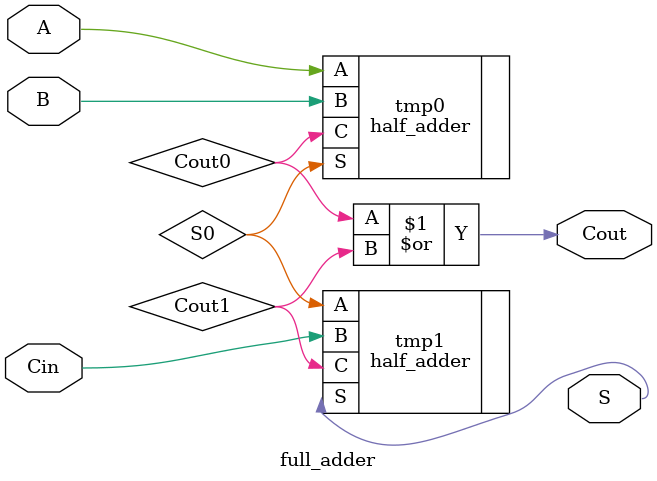
<source format=v>
`timescale 1ns/10ps
module full_adder(
    input A, B, Cin,
    output S, Cout
);

	// Your code goes here.  DO NOT change anything that is already given! Otherwise, you will not be able to pass the tests!
    wire S0, Cout0, Cout1;
    half_adder tmp0(.A(A), .B(B), .S(S0), .C(Cout0));
    half_adder tmp1(.A(S0), .B(Cin), .S(S), .C(Cout1));
    or or0(Cout, Cout0, Cout1);

endmodule
</source>
